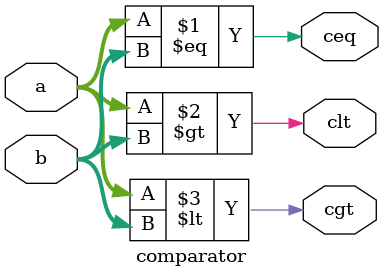
<source format=v>

module comparator( input [1:0] a,input [1:0]b, output ceq, clt, cgt);
assign ceq = a==b;
assign clt = a>b;
assign cgt = a<b;
endmodule

</source>
